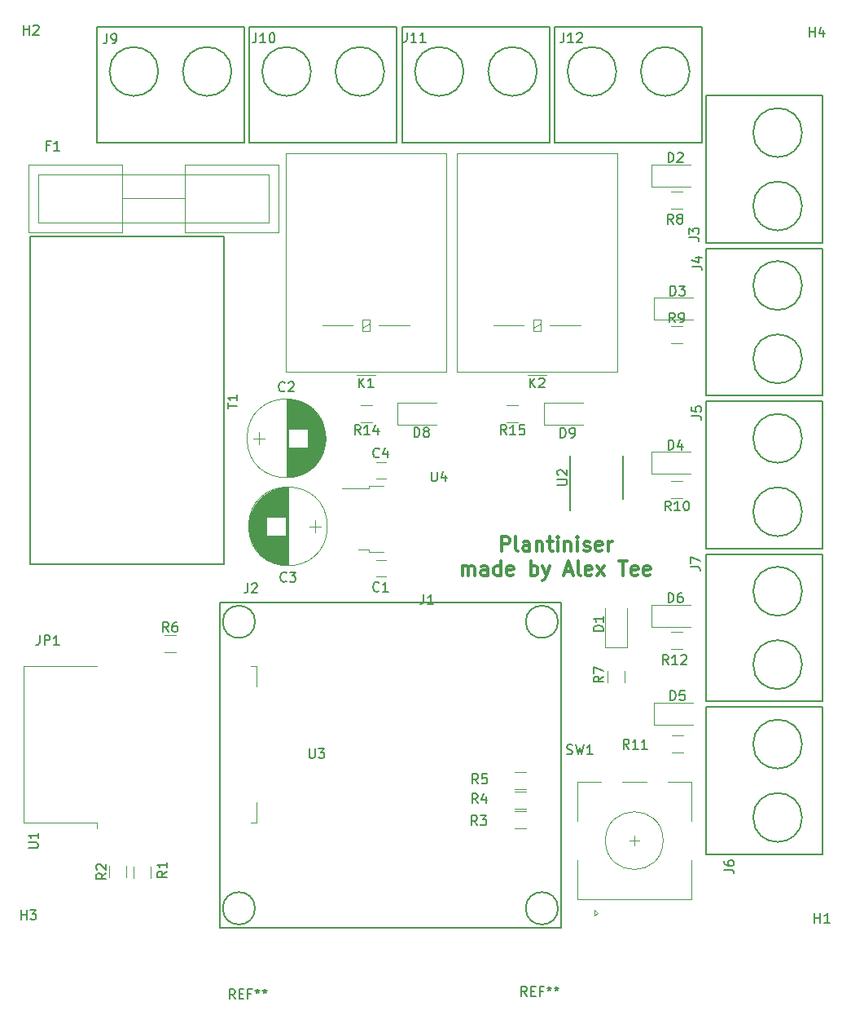
<source format=gbr>
G04 #@! TF.GenerationSoftware,KiCad,Pcbnew,5.0.0-fee4fd1~66~ubuntu16.04.1*
G04 #@! TF.CreationDate,2019-07-26T21:19:50+02:00*
G04 #@! TF.ProjectId,master_module,6D61737465725F6D6F64756C652E6B69,rev?*
G04 #@! TF.SameCoordinates,Original*
G04 #@! TF.FileFunction,Legend,Top*
G04 #@! TF.FilePolarity,Positive*
%FSLAX46Y46*%
G04 Gerber Fmt 4.6, Leading zero omitted, Abs format (unit mm)*
G04 Created by KiCad (PCBNEW 5.0.0-fee4fd1~66~ubuntu16.04.1) date Fri Jul 26 21:19:50 2019*
%MOMM*%
%LPD*%
G01*
G04 APERTURE LIST*
%ADD10C,0.300000*%
%ADD11C,0.150000*%
%ADD12C,0.120000*%
G04 APERTURE END LIST*
D10*
X145527628Y-95517171D02*
X145527628Y-94017171D01*
X146099057Y-94017171D01*
X146241914Y-94088600D01*
X146313342Y-94160028D01*
X146384771Y-94302885D01*
X146384771Y-94517171D01*
X146313342Y-94660028D01*
X146241914Y-94731457D01*
X146099057Y-94802885D01*
X145527628Y-94802885D01*
X147241914Y-95517171D02*
X147099057Y-95445742D01*
X147027628Y-95302885D01*
X147027628Y-94017171D01*
X148456200Y-95517171D02*
X148456200Y-94731457D01*
X148384771Y-94588600D01*
X148241914Y-94517171D01*
X147956200Y-94517171D01*
X147813342Y-94588600D01*
X148456200Y-95445742D02*
X148313342Y-95517171D01*
X147956200Y-95517171D01*
X147813342Y-95445742D01*
X147741914Y-95302885D01*
X147741914Y-95160028D01*
X147813342Y-95017171D01*
X147956200Y-94945742D01*
X148313342Y-94945742D01*
X148456200Y-94874314D01*
X149170485Y-94517171D02*
X149170485Y-95517171D01*
X149170485Y-94660028D02*
X149241914Y-94588600D01*
X149384771Y-94517171D01*
X149599057Y-94517171D01*
X149741914Y-94588600D01*
X149813342Y-94731457D01*
X149813342Y-95517171D01*
X150313342Y-94517171D02*
X150884771Y-94517171D01*
X150527628Y-94017171D02*
X150527628Y-95302885D01*
X150599057Y-95445742D01*
X150741914Y-95517171D01*
X150884771Y-95517171D01*
X151384771Y-95517171D02*
X151384771Y-94517171D01*
X151384771Y-94017171D02*
X151313342Y-94088600D01*
X151384771Y-94160028D01*
X151456200Y-94088600D01*
X151384771Y-94017171D01*
X151384771Y-94160028D01*
X152099057Y-94517171D02*
X152099057Y-95517171D01*
X152099057Y-94660028D02*
X152170485Y-94588600D01*
X152313342Y-94517171D01*
X152527628Y-94517171D01*
X152670485Y-94588600D01*
X152741914Y-94731457D01*
X152741914Y-95517171D01*
X153456200Y-95517171D02*
X153456200Y-94517171D01*
X153456200Y-94017171D02*
X153384771Y-94088600D01*
X153456200Y-94160028D01*
X153527628Y-94088600D01*
X153456200Y-94017171D01*
X153456200Y-94160028D01*
X154099057Y-95445742D02*
X154241914Y-95517171D01*
X154527628Y-95517171D01*
X154670485Y-95445742D01*
X154741914Y-95302885D01*
X154741914Y-95231457D01*
X154670485Y-95088600D01*
X154527628Y-95017171D01*
X154313342Y-95017171D01*
X154170485Y-94945742D01*
X154099057Y-94802885D01*
X154099057Y-94731457D01*
X154170485Y-94588600D01*
X154313342Y-94517171D01*
X154527628Y-94517171D01*
X154670485Y-94588600D01*
X155956200Y-95445742D02*
X155813342Y-95517171D01*
X155527628Y-95517171D01*
X155384771Y-95445742D01*
X155313342Y-95302885D01*
X155313342Y-94731457D01*
X155384771Y-94588600D01*
X155527628Y-94517171D01*
X155813342Y-94517171D01*
X155956200Y-94588600D01*
X156027628Y-94731457D01*
X156027628Y-94874314D01*
X155313342Y-95017171D01*
X156670485Y-95517171D02*
X156670485Y-94517171D01*
X156670485Y-94802885D02*
X156741914Y-94660028D01*
X156813342Y-94588600D01*
X156956200Y-94517171D01*
X157099057Y-94517171D01*
X141456200Y-98067171D02*
X141456200Y-97067171D01*
X141456200Y-97210028D02*
X141527628Y-97138600D01*
X141670485Y-97067171D01*
X141884771Y-97067171D01*
X142027628Y-97138600D01*
X142099057Y-97281457D01*
X142099057Y-98067171D01*
X142099057Y-97281457D02*
X142170485Y-97138600D01*
X142313342Y-97067171D01*
X142527628Y-97067171D01*
X142670485Y-97138600D01*
X142741914Y-97281457D01*
X142741914Y-98067171D01*
X144099057Y-98067171D02*
X144099057Y-97281457D01*
X144027628Y-97138600D01*
X143884771Y-97067171D01*
X143599057Y-97067171D01*
X143456200Y-97138600D01*
X144099057Y-97995742D02*
X143956200Y-98067171D01*
X143599057Y-98067171D01*
X143456200Y-97995742D01*
X143384771Y-97852885D01*
X143384771Y-97710028D01*
X143456200Y-97567171D01*
X143599057Y-97495742D01*
X143956200Y-97495742D01*
X144099057Y-97424314D01*
X145456200Y-98067171D02*
X145456200Y-96567171D01*
X145456200Y-97995742D02*
X145313342Y-98067171D01*
X145027628Y-98067171D01*
X144884771Y-97995742D01*
X144813342Y-97924314D01*
X144741914Y-97781457D01*
X144741914Y-97352885D01*
X144813342Y-97210028D01*
X144884771Y-97138600D01*
X145027628Y-97067171D01*
X145313342Y-97067171D01*
X145456200Y-97138600D01*
X146741914Y-97995742D02*
X146599057Y-98067171D01*
X146313342Y-98067171D01*
X146170485Y-97995742D01*
X146099057Y-97852885D01*
X146099057Y-97281457D01*
X146170485Y-97138600D01*
X146313342Y-97067171D01*
X146599057Y-97067171D01*
X146741914Y-97138600D01*
X146813342Y-97281457D01*
X146813342Y-97424314D01*
X146099057Y-97567171D01*
X148599057Y-98067171D02*
X148599057Y-96567171D01*
X148599057Y-97138600D02*
X148741914Y-97067171D01*
X149027628Y-97067171D01*
X149170485Y-97138600D01*
X149241914Y-97210028D01*
X149313342Y-97352885D01*
X149313342Y-97781457D01*
X149241914Y-97924314D01*
X149170485Y-97995742D01*
X149027628Y-98067171D01*
X148741914Y-98067171D01*
X148599057Y-97995742D01*
X149813342Y-97067171D02*
X150170485Y-98067171D01*
X150527628Y-97067171D02*
X150170485Y-98067171D01*
X150027628Y-98424314D01*
X149956200Y-98495742D01*
X149813342Y-98567171D01*
X152170485Y-97638600D02*
X152884771Y-97638600D01*
X152027628Y-98067171D02*
X152527628Y-96567171D01*
X153027628Y-98067171D01*
X153741914Y-98067171D02*
X153599057Y-97995742D01*
X153527628Y-97852885D01*
X153527628Y-96567171D01*
X154884771Y-97995742D02*
X154741914Y-98067171D01*
X154456200Y-98067171D01*
X154313342Y-97995742D01*
X154241914Y-97852885D01*
X154241914Y-97281457D01*
X154313342Y-97138600D01*
X154456200Y-97067171D01*
X154741914Y-97067171D01*
X154884771Y-97138600D01*
X154956200Y-97281457D01*
X154956200Y-97424314D01*
X154241914Y-97567171D01*
X155456200Y-98067171D02*
X156241914Y-97067171D01*
X155456200Y-97067171D02*
X156241914Y-98067171D01*
X157741914Y-96567171D02*
X158599057Y-96567171D01*
X158170485Y-98067171D02*
X158170485Y-96567171D01*
X159670485Y-97995742D02*
X159527628Y-98067171D01*
X159241914Y-98067171D01*
X159099057Y-97995742D01*
X159027628Y-97852885D01*
X159027628Y-97281457D01*
X159099057Y-97138600D01*
X159241914Y-97067171D01*
X159527628Y-97067171D01*
X159670485Y-97138600D01*
X159741914Y-97281457D01*
X159741914Y-97424314D01*
X159027628Y-97567171D01*
X160956200Y-97995742D02*
X160813342Y-98067171D01*
X160527628Y-98067171D01*
X160384771Y-97995742D01*
X160313342Y-97852885D01*
X160313342Y-97281457D01*
X160384771Y-97138600D01*
X160527628Y-97067171D01*
X160813342Y-97067171D01*
X160956200Y-97138600D01*
X161027628Y-97281457D01*
X161027628Y-97424314D01*
X160313342Y-97567171D01*
D11*
G04 #@! TO.C,J10*
X133350000Y-45720000D02*
G75*
G03X133350000Y-45720000I-2540000J0D01*
G01*
X125730000Y-45720000D02*
G75*
G03X125730000Y-45720000I-2540000J0D01*
G01*
X119340000Y-53150000D02*
X119340000Y-41050000D01*
X119390000Y-53150000D02*
X119340000Y-53150000D01*
X127190000Y-53150000D02*
X119390000Y-53150000D01*
X134640000Y-41050000D02*
X119340000Y-41050000D01*
X127190000Y-41050000D02*
X134640000Y-41050000D01*
X134640000Y-53150000D02*
X134640000Y-41050000D01*
X127190000Y-53150000D02*
X134640000Y-53150000D01*
X127190000Y-41050000D02*
X128740000Y-41050000D01*
D12*
G04 #@! TO.C,K1*
X123095000Y-54245000D02*
X123095000Y-76945000D01*
X123095000Y-76945000D02*
X139795000Y-76945000D01*
X139795000Y-76945000D02*
X139795000Y-54245000D01*
X139795000Y-54245000D02*
X123095000Y-54245000D01*
X131795000Y-71895000D02*
X131095000Y-72295000D01*
X131095000Y-71495000D02*
X131095000Y-72695000D01*
X131095000Y-72695000D02*
X131795000Y-72695000D01*
X131795000Y-72695000D02*
X131795000Y-71495000D01*
X131795000Y-71495000D02*
X131095000Y-71495000D01*
X132445000Y-77205000D02*
X130445000Y-77205000D01*
X135945000Y-72095000D02*
X132795000Y-72095000D01*
X130095000Y-72095000D02*
X126945000Y-72095000D01*
D11*
G04 #@! TO.C,J1*
X133985000Y-134624000D02*
X116235000Y-134624000D01*
X116235000Y-100874000D02*
X116235000Y-134624000D01*
X151735000Y-100874000D02*
X116235000Y-100874000D01*
X133985000Y-134624000D02*
X151735000Y-134624000D01*
X151735000Y-100874000D02*
X151735000Y-134624000D01*
X151412051Y-102874000D02*
G75*
G03X151412051Y-102874000I-1677051J0D01*
G01*
X151412051Y-132624000D02*
G75*
G03X151412051Y-132624000I-1677051J0D01*
G01*
X119912051Y-132624000D02*
G75*
G03X119912051Y-132624000I-1677051J0D01*
G01*
X119912051Y-102874000D02*
G75*
G03X119912051Y-102874000I-1677051J0D01*
G01*
G04 #@! TO.C,J12*
X165100000Y-45720000D02*
G75*
G03X165100000Y-45720000I-2540000J0D01*
G01*
X157480000Y-45720000D02*
G75*
G03X157480000Y-45720000I-2540000J0D01*
G01*
X151090000Y-53150000D02*
X151090000Y-41050000D01*
X151140000Y-53150000D02*
X151090000Y-53150000D01*
X158940000Y-53150000D02*
X151140000Y-53150000D01*
X166390000Y-41050000D02*
X151090000Y-41050000D01*
X158940000Y-41050000D02*
X166390000Y-41050000D01*
X166390000Y-53150000D02*
X166390000Y-41050000D01*
X158940000Y-53150000D02*
X166390000Y-53150000D01*
X158940000Y-41050000D02*
X160490000Y-41050000D01*
G04 #@! TO.C,J3*
X178914000Y-56070000D02*
X178914000Y-57620000D01*
X166814000Y-56070000D02*
X166814000Y-63520000D01*
X166814000Y-63520000D02*
X178914000Y-63520000D01*
X178914000Y-56070000D02*
X178914000Y-63520000D01*
X178914000Y-63520000D02*
X178914000Y-48220000D01*
X166814000Y-56070000D02*
X166814000Y-48270000D01*
X166814000Y-48270000D02*
X166814000Y-48220000D01*
X166814000Y-48220000D02*
X178914000Y-48220000D01*
X176784000Y-52070000D02*
G75*
G03X176784000Y-52070000I-2540000J0D01*
G01*
X176784000Y-59690000D02*
G75*
G03X176784000Y-59690000I-2540000J0D01*
G01*
G04 #@! TO.C,J4*
X176784000Y-75565000D02*
G75*
G03X176784000Y-75565000I-2540000J0D01*
G01*
X176784000Y-67945000D02*
G75*
G03X176784000Y-67945000I-2540000J0D01*
G01*
X166814000Y-64095000D02*
X178914000Y-64095000D01*
X166814000Y-64145000D02*
X166814000Y-64095000D01*
X166814000Y-71945000D02*
X166814000Y-64145000D01*
X178914000Y-79395000D02*
X178914000Y-64095000D01*
X178914000Y-71945000D02*
X178914000Y-79395000D01*
X166814000Y-79395000D02*
X178914000Y-79395000D01*
X166814000Y-71945000D02*
X166814000Y-79395000D01*
X178914000Y-71945000D02*
X178914000Y-73495000D01*
G04 #@! TO.C,J5*
X178914000Y-87820000D02*
X178914000Y-89370000D01*
X166814000Y-87820000D02*
X166814000Y-95270000D01*
X166814000Y-95270000D02*
X178914000Y-95270000D01*
X178914000Y-87820000D02*
X178914000Y-95270000D01*
X178914000Y-95270000D02*
X178914000Y-79970000D01*
X166814000Y-87820000D02*
X166814000Y-80020000D01*
X166814000Y-80020000D02*
X166814000Y-79970000D01*
X166814000Y-79970000D02*
X178914000Y-79970000D01*
X176784000Y-83820000D02*
G75*
G03X176784000Y-83820000I-2540000J0D01*
G01*
X176784000Y-91440000D02*
G75*
G03X176784000Y-91440000I-2540000J0D01*
G01*
G04 #@! TO.C,J6*
X176784000Y-123190000D02*
G75*
G03X176784000Y-123190000I-2540000J0D01*
G01*
X176784000Y-115570000D02*
G75*
G03X176784000Y-115570000I-2540000J0D01*
G01*
X166814000Y-111720000D02*
X178914000Y-111720000D01*
X166814000Y-111770000D02*
X166814000Y-111720000D01*
X166814000Y-119570000D02*
X166814000Y-111770000D01*
X178914000Y-127020000D02*
X178914000Y-111720000D01*
X178914000Y-119570000D02*
X178914000Y-127020000D01*
X166814000Y-127020000D02*
X178914000Y-127020000D01*
X166814000Y-119570000D02*
X166814000Y-127020000D01*
X178914000Y-119570000D02*
X178914000Y-121120000D01*
G04 #@! TO.C,J7*
X178914000Y-103695000D02*
X178914000Y-105245000D01*
X166814000Y-103695000D02*
X166814000Y-111145000D01*
X166814000Y-111145000D02*
X178914000Y-111145000D01*
X178914000Y-103695000D02*
X178914000Y-111145000D01*
X178914000Y-111145000D02*
X178914000Y-95845000D01*
X166814000Y-103695000D02*
X166814000Y-95895000D01*
X166814000Y-95895000D02*
X166814000Y-95845000D01*
X166814000Y-95845000D02*
X178914000Y-95845000D01*
X176784000Y-99695000D02*
G75*
G03X176784000Y-99695000I-2540000J0D01*
G01*
X176784000Y-107315000D02*
G75*
G03X176784000Y-107315000I-2540000J0D01*
G01*
G04 #@! TO.C,J9*
X111315000Y-41050000D02*
X112865000Y-41050000D01*
X111315000Y-53150000D02*
X118765000Y-53150000D01*
X118765000Y-53150000D02*
X118765000Y-41050000D01*
X111315000Y-41050000D02*
X118765000Y-41050000D01*
X118765000Y-41050000D02*
X103465000Y-41050000D01*
X111315000Y-53150000D02*
X103515000Y-53150000D01*
X103515000Y-53150000D02*
X103465000Y-53150000D01*
X103465000Y-53150000D02*
X103465000Y-41050000D01*
X109855000Y-45720000D02*
G75*
G03X109855000Y-45720000I-2540000J0D01*
G01*
X117475000Y-45720000D02*
G75*
G03X117475000Y-45720000I-2540000J0D01*
G01*
G04 #@! TO.C,J11*
X143065000Y-41050000D02*
X144615000Y-41050000D01*
X143065000Y-53150000D02*
X150515000Y-53150000D01*
X150515000Y-53150000D02*
X150515000Y-41050000D01*
X143065000Y-41050000D02*
X150515000Y-41050000D01*
X150515000Y-41050000D02*
X135215000Y-41050000D01*
X143065000Y-53150000D02*
X135265000Y-53150000D01*
X135265000Y-53150000D02*
X135215000Y-53150000D01*
X135215000Y-53150000D02*
X135215000Y-41050000D01*
X141605000Y-45720000D02*
G75*
G03X141605000Y-45720000I-2540000J0D01*
G01*
X149225000Y-45720000D02*
G75*
G03X149225000Y-45720000I-2540000J0D01*
G01*
D12*
G04 #@! TO.C,K2*
X147875000Y-72095000D02*
X144725000Y-72095000D01*
X153725000Y-72095000D02*
X150575000Y-72095000D01*
X150225000Y-77205000D02*
X148225000Y-77205000D01*
X149575000Y-71495000D02*
X148875000Y-71495000D01*
X149575000Y-72695000D02*
X149575000Y-71495000D01*
X148875000Y-72695000D02*
X149575000Y-72695000D01*
X148875000Y-71495000D02*
X148875000Y-72695000D01*
X149575000Y-71895000D02*
X148875000Y-72295000D01*
X157575000Y-54245000D02*
X140875000Y-54245000D01*
X157575000Y-76945000D02*
X157575000Y-54245000D01*
X140875000Y-76945000D02*
X157575000Y-76945000D01*
X140875000Y-54245000D02*
X140875000Y-76945000D01*
D11*
G04 #@! TO.C,U2*
X158173000Y-90134000D02*
X158173000Y-85634000D01*
X152623000Y-91259000D02*
X152623000Y-85634000D01*
D12*
G04 #@! TO.C,U4*
X133269000Y-88752000D02*
X131769000Y-88752000D01*
X131769000Y-88752000D02*
X131769000Y-89022000D01*
X131769000Y-89022000D02*
X128939000Y-89022000D01*
X133269000Y-95652000D02*
X131769000Y-95652000D01*
X131769000Y-95652000D02*
X131769000Y-95382000D01*
X131769000Y-95382000D02*
X130669000Y-95382000D01*
G04 #@! TO.C,U1*
X95830000Y-123690000D02*
X95830000Y-107450000D01*
X95830000Y-107450000D02*
X103450000Y-107450000D01*
X119450000Y-107450000D02*
X120070000Y-107450000D01*
X120070000Y-107450000D02*
X120070000Y-109570000D01*
X120070000Y-121570000D02*
X120070000Y-123690000D01*
X120070000Y-123690000D02*
X119450000Y-123690000D01*
X103450000Y-123690000D02*
X95830000Y-123690000D01*
X103450000Y-123690000D02*
X103450000Y-124300000D01*
G04 #@! TO.C,C4*
X132489000Y-87972000D02*
X133489000Y-87972000D01*
X133489000Y-86272000D02*
X132489000Y-86272000D01*
G04 #@! TO.C,C1*
X133489000Y-96432000D02*
X132489000Y-96432000D01*
X132489000Y-98132000D02*
X133489000Y-98132000D01*
G04 #@! TO.C,C3*
X126187000Y-93614000D02*
X126187000Y-92314000D01*
X126787000Y-92964000D02*
X125587000Y-92964000D01*
X119256000Y-93210000D02*
X119256000Y-92718000D01*
X119296000Y-93562000D02*
X119296000Y-92366000D01*
X119336000Y-93778000D02*
X119336000Y-92150000D01*
X119376000Y-93947000D02*
X119376000Y-91981000D01*
X119416000Y-94091000D02*
X119416000Y-91837000D01*
X119456000Y-94218000D02*
X119456000Y-91710000D01*
X119496000Y-94333000D02*
X119496000Y-91595000D01*
X119536000Y-94437000D02*
X119536000Y-91491000D01*
X119576000Y-94534000D02*
X119576000Y-91394000D01*
X119616000Y-94624000D02*
X119616000Y-91304000D01*
X119656000Y-94709000D02*
X119656000Y-91219000D01*
X119696000Y-94790000D02*
X119696000Y-91138000D01*
X119736000Y-94866000D02*
X119736000Y-91062000D01*
X119776000Y-94938000D02*
X119776000Y-90990000D01*
X119816000Y-95007000D02*
X119816000Y-90921000D01*
X119856000Y-95073000D02*
X119856000Y-90855000D01*
X119896000Y-95137000D02*
X119896000Y-90791000D01*
X119936000Y-95198000D02*
X119936000Y-90730000D01*
X119976000Y-95257000D02*
X119976000Y-90671000D01*
X120016000Y-95313000D02*
X120016000Y-90615000D01*
X120056000Y-95368000D02*
X120056000Y-90560000D01*
X120096000Y-95421000D02*
X120096000Y-90507000D01*
X120136000Y-95472000D02*
X120136000Y-90456000D01*
X120176000Y-95521000D02*
X120176000Y-90407000D01*
X120216000Y-95569000D02*
X120216000Y-90359000D01*
X120256000Y-95616000D02*
X120256000Y-90312000D01*
X120296000Y-95661000D02*
X120296000Y-90267000D01*
X120336000Y-95704000D02*
X120336000Y-90224000D01*
X120376000Y-95747000D02*
X120376000Y-90181000D01*
X120416000Y-95788000D02*
X120416000Y-90140000D01*
X120456000Y-95829000D02*
X120456000Y-90099000D01*
X120496000Y-95868000D02*
X120496000Y-90060000D01*
X120536000Y-95906000D02*
X120536000Y-90022000D01*
X120576000Y-95943000D02*
X120576000Y-89985000D01*
X120616000Y-95979000D02*
X120616000Y-89949000D01*
X120656000Y-96014000D02*
X120656000Y-89914000D01*
X120696000Y-96048000D02*
X120696000Y-89880000D01*
X120736000Y-96082000D02*
X120736000Y-89846000D01*
X120776000Y-96114000D02*
X120776000Y-89814000D01*
X120816000Y-96146000D02*
X120816000Y-89782000D01*
X120856000Y-96177000D02*
X120856000Y-89751000D01*
X120896000Y-96207000D02*
X120896000Y-89721000D01*
X120936000Y-96236000D02*
X120936000Y-89692000D01*
X120976000Y-96265000D02*
X120976000Y-89663000D01*
X121016000Y-96293000D02*
X121016000Y-89635000D01*
X121056000Y-96320000D02*
X121056000Y-89608000D01*
X121096000Y-96347000D02*
X121096000Y-89581000D01*
X121136000Y-91984000D02*
X121136000Y-89556000D01*
X121136000Y-96372000D02*
X121136000Y-93944000D01*
X121176000Y-91984000D02*
X121176000Y-89530000D01*
X121176000Y-96398000D02*
X121176000Y-93944000D01*
X121216000Y-91984000D02*
X121216000Y-89506000D01*
X121216000Y-96422000D02*
X121216000Y-93944000D01*
X121256000Y-91984000D02*
X121256000Y-89482000D01*
X121256000Y-96446000D02*
X121256000Y-93944000D01*
X121296000Y-91984000D02*
X121296000Y-89459000D01*
X121296000Y-96469000D02*
X121296000Y-93944000D01*
X121336000Y-91984000D02*
X121336000Y-89436000D01*
X121336000Y-96492000D02*
X121336000Y-93944000D01*
X121376000Y-91984000D02*
X121376000Y-89414000D01*
X121376000Y-96514000D02*
X121376000Y-93944000D01*
X121416000Y-91984000D02*
X121416000Y-89392000D01*
X121416000Y-96536000D02*
X121416000Y-93944000D01*
X121456000Y-91984000D02*
X121456000Y-89371000D01*
X121456000Y-96557000D02*
X121456000Y-93944000D01*
X121496000Y-91984000D02*
X121496000Y-89351000D01*
X121496000Y-96577000D02*
X121496000Y-93944000D01*
X121536000Y-91984000D02*
X121536000Y-89331000D01*
X121536000Y-96597000D02*
X121536000Y-93944000D01*
X121576000Y-91984000D02*
X121576000Y-89312000D01*
X121576000Y-96616000D02*
X121576000Y-93944000D01*
X121616000Y-91984000D02*
X121616000Y-89293000D01*
X121616000Y-96635000D02*
X121616000Y-93944000D01*
X121656000Y-91984000D02*
X121656000Y-89274000D01*
X121656000Y-96654000D02*
X121656000Y-93944000D01*
X121696000Y-91984000D02*
X121696000Y-89257000D01*
X121696000Y-96671000D02*
X121696000Y-93944000D01*
X121736000Y-91984000D02*
X121736000Y-89239000D01*
X121736000Y-96689000D02*
X121736000Y-93944000D01*
X121776000Y-91984000D02*
X121776000Y-89223000D01*
X121776000Y-96705000D02*
X121776000Y-93944000D01*
X121816000Y-91984000D02*
X121816000Y-89206000D01*
X121816000Y-96722000D02*
X121816000Y-93944000D01*
X121856000Y-91984000D02*
X121856000Y-89191000D01*
X121856000Y-96737000D02*
X121856000Y-93944000D01*
X121896000Y-91984000D02*
X121896000Y-89175000D01*
X121896000Y-96753000D02*
X121896000Y-93944000D01*
X121936000Y-91984000D02*
X121936000Y-89161000D01*
X121936000Y-96767000D02*
X121936000Y-93944000D01*
X121976000Y-91984000D02*
X121976000Y-89146000D01*
X121976000Y-96782000D02*
X121976000Y-93944000D01*
X122016000Y-91984000D02*
X122016000Y-89132000D01*
X122016000Y-96796000D02*
X122016000Y-93944000D01*
X122056000Y-91984000D02*
X122056000Y-89119000D01*
X122056000Y-96809000D02*
X122056000Y-93944000D01*
X122096000Y-91984000D02*
X122096000Y-89106000D01*
X122096000Y-96822000D02*
X122096000Y-93944000D01*
X122136000Y-91984000D02*
X122136000Y-89094000D01*
X122136000Y-96834000D02*
X122136000Y-93944000D01*
X122176000Y-91984000D02*
X122176000Y-89081000D01*
X122176000Y-96847000D02*
X122176000Y-93944000D01*
X122216000Y-91984000D02*
X122216000Y-89070000D01*
X122216000Y-96858000D02*
X122216000Y-93944000D01*
X122256000Y-91984000D02*
X122256000Y-89059000D01*
X122256000Y-96869000D02*
X122256000Y-93944000D01*
X122296000Y-91984000D02*
X122296000Y-89048000D01*
X122296000Y-96880000D02*
X122296000Y-93944000D01*
X122336000Y-91984000D02*
X122336000Y-89038000D01*
X122336000Y-96890000D02*
X122336000Y-93944000D01*
X122376000Y-91984000D02*
X122376000Y-89028000D01*
X122376000Y-96900000D02*
X122376000Y-93944000D01*
X122416000Y-91984000D02*
X122416000Y-89018000D01*
X122416000Y-96910000D02*
X122416000Y-93944000D01*
X122456000Y-91984000D02*
X122456000Y-89009000D01*
X122456000Y-96919000D02*
X122456000Y-93944000D01*
X122496000Y-91984000D02*
X122496000Y-89001000D01*
X122496000Y-96927000D02*
X122496000Y-93944000D01*
X122536000Y-91984000D02*
X122536000Y-88993000D01*
X122536000Y-96935000D02*
X122536000Y-93944000D01*
X122576000Y-91984000D02*
X122576000Y-88985000D01*
X122576000Y-96943000D02*
X122576000Y-93944000D01*
X122616000Y-91984000D02*
X122616000Y-88977000D01*
X122616000Y-96951000D02*
X122616000Y-93944000D01*
X122657000Y-91984000D02*
X122657000Y-88970000D01*
X122657000Y-96958000D02*
X122657000Y-93944000D01*
X122697000Y-91984000D02*
X122697000Y-88964000D01*
X122697000Y-96964000D02*
X122697000Y-93944000D01*
X122737000Y-91984000D02*
X122737000Y-88958000D01*
X122737000Y-96970000D02*
X122737000Y-93944000D01*
X122777000Y-91984000D02*
X122777000Y-88952000D01*
X122777000Y-96976000D02*
X122777000Y-93944000D01*
X122817000Y-91984000D02*
X122817000Y-88947000D01*
X122817000Y-96981000D02*
X122817000Y-93944000D01*
X122857000Y-91984000D02*
X122857000Y-88942000D01*
X122857000Y-96986000D02*
X122857000Y-93944000D01*
X122897000Y-91984000D02*
X122897000Y-88937000D01*
X122897000Y-96991000D02*
X122897000Y-93944000D01*
X122937000Y-91984000D02*
X122937000Y-88933000D01*
X122937000Y-96995000D02*
X122937000Y-93944000D01*
X122977000Y-91984000D02*
X122977000Y-88929000D01*
X122977000Y-96999000D02*
X122977000Y-93944000D01*
X123017000Y-91984000D02*
X123017000Y-88926000D01*
X123017000Y-97002000D02*
X123017000Y-93944000D01*
X123057000Y-91984000D02*
X123057000Y-88923000D01*
X123057000Y-97005000D02*
X123057000Y-93944000D01*
X123097000Y-97007000D02*
X123097000Y-88921000D01*
X123137000Y-97010000D02*
X123137000Y-88918000D01*
X123177000Y-97011000D02*
X123177000Y-88917000D01*
X123217000Y-97013000D02*
X123217000Y-88915000D01*
X123257000Y-97014000D02*
X123257000Y-88914000D01*
X123297000Y-97014000D02*
X123297000Y-88914000D01*
X123337000Y-97014000D02*
X123337000Y-88914000D01*
X127427000Y-92964000D02*
G75*
G03X127427000Y-92964000I-4090000J0D01*
G01*
G04 #@! TO.C,C2*
X127260000Y-83820000D02*
G75*
G03X127260000Y-83820000I-4090000J0D01*
G01*
X123170000Y-79770000D02*
X123170000Y-87870000D01*
X123210000Y-79770000D02*
X123210000Y-87870000D01*
X123250000Y-79770000D02*
X123250000Y-87870000D01*
X123290000Y-79771000D02*
X123290000Y-87869000D01*
X123330000Y-79773000D02*
X123330000Y-87867000D01*
X123370000Y-79774000D02*
X123370000Y-87866000D01*
X123410000Y-79777000D02*
X123410000Y-87863000D01*
X123450000Y-79779000D02*
X123450000Y-82840000D01*
X123450000Y-84800000D02*
X123450000Y-87861000D01*
X123490000Y-79782000D02*
X123490000Y-82840000D01*
X123490000Y-84800000D02*
X123490000Y-87858000D01*
X123530000Y-79785000D02*
X123530000Y-82840000D01*
X123530000Y-84800000D02*
X123530000Y-87855000D01*
X123570000Y-79789000D02*
X123570000Y-82840000D01*
X123570000Y-84800000D02*
X123570000Y-87851000D01*
X123610000Y-79793000D02*
X123610000Y-82840000D01*
X123610000Y-84800000D02*
X123610000Y-87847000D01*
X123650000Y-79798000D02*
X123650000Y-82840000D01*
X123650000Y-84800000D02*
X123650000Y-87842000D01*
X123690000Y-79803000D02*
X123690000Y-82840000D01*
X123690000Y-84800000D02*
X123690000Y-87837000D01*
X123730000Y-79808000D02*
X123730000Y-82840000D01*
X123730000Y-84800000D02*
X123730000Y-87832000D01*
X123770000Y-79814000D02*
X123770000Y-82840000D01*
X123770000Y-84800000D02*
X123770000Y-87826000D01*
X123810000Y-79820000D02*
X123810000Y-82840000D01*
X123810000Y-84800000D02*
X123810000Y-87820000D01*
X123850000Y-79826000D02*
X123850000Y-82840000D01*
X123850000Y-84800000D02*
X123850000Y-87814000D01*
X123891000Y-79833000D02*
X123891000Y-82840000D01*
X123891000Y-84800000D02*
X123891000Y-87807000D01*
X123931000Y-79841000D02*
X123931000Y-82840000D01*
X123931000Y-84800000D02*
X123931000Y-87799000D01*
X123971000Y-79849000D02*
X123971000Y-82840000D01*
X123971000Y-84800000D02*
X123971000Y-87791000D01*
X124011000Y-79857000D02*
X124011000Y-82840000D01*
X124011000Y-84800000D02*
X124011000Y-87783000D01*
X124051000Y-79865000D02*
X124051000Y-82840000D01*
X124051000Y-84800000D02*
X124051000Y-87775000D01*
X124091000Y-79874000D02*
X124091000Y-82840000D01*
X124091000Y-84800000D02*
X124091000Y-87766000D01*
X124131000Y-79884000D02*
X124131000Y-82840000D01*
X124131000Y-84800000D02*
X124131000Y-87756000D01*
X124171000Y-79894000D02*
X124171000Y-82840000D01*
X124171000Y-84800000D02*
X124171000Y-87746000D01*
X124211000Y-79904000D02*
X124211000Y-82840000D01*
X124211000Y-84800000D02*
X124211000Y-87736000D01*
X124251000Y-79915000D02*
X124251000Y-82840000D01*
X124251000Y-84800000D02*
X124251000Y-87725000D01*
X124291000Y-79926000D02*
X124291000Y-82840000D01*
X124291000Y-84800000D02*
X124291000Y-87714000D01*
X124331000Y-79937000D02*
X124331000Y-82840000D01*
X124331000Y-84800000D02*
X124331000Y-87703000D01*
X124371000Y-79950000D02*
X124371000Y-82840000D01*
X124371000Y-84800000D02*
X124371000Y-87690000D01*
X124411000Y-79962000D02*
X124411000Y-82840000D01*
X124411000Y-84800000D02*
X124411000Y-87678000D01*
X124451000Y-79975000D02*
X124451000Y-82840000D01*
X124451000Y-84800000D02*
X124451000Y-87665000D01*
X124491000Y-79988000D02*
X124491000Y-82840000D01*
X124491000Y-84800000D02*
X124491000Y-87652000D01*
X124531000Y-80002000D02*
X124531000Y-82840000D01*
X124531000Y-84800000D02*
X124531000Y-87638000D01*
X124571000Y-80017000D02*
X124571000Y-82840000D01*
X124571000Y-84800000D02*
X124571000Y-87623000D01*
X124611000Y-80031000D02*
X124611000Y-82840000D01*
X124611000Y-84800000D02*
X124611000Y-87609000D01*
X124651000Y-80047000D02*
X124651000Y-82840000D01*
X124651000Y-84800000D02*
X124651000Y-87593000D01*
X124691000Y-80062000D02*
X124691000Y-82840000D01*
X124691000Y-84800000D02*
X124691000Y-87578000D01*
X124731000Y-80079000D02*
X124731000Y-82840000D01*
X124731000Y-84800000D02*
X124731000Y-87561000D01*
X124771000Y-80095000D02*
X124771000Y-82840000D01*
X124771000Y-84800000D02*
X124771000Y-87545000D01*
X124811000Y-80113000D02*
X124811000Y-82840000D01*
X124811000Y-84800000D02*
X124811000Y-87527000D01*
X124851000Y-80130000D02*
X124851000Y-82840000D01*
X124851000Y-84800000D02*
X124851000Y-87510000D01*
X124891000Y-80149000D02*
X124891000Y-82840000D01*
X124891000Y-84800000D02*
X124891000Y-87491000D01*
X124931000Y-80168000D02*
X124931000Y-82840000D01*
X124931000Y-84800000D02*
X124931000Y-87472000D01*
X124971000Y-80187000D02*
X124971000Y-82840000D01*
X124971000Y-84800000D02*
X124971000Y-87453000D01*
X125011000Y-80207000D02*
X125011000Y-82840000D01*
X125011000Y-84800000D02*
X125011000Y-87433000D01*
X125051000Y-80227000D02*
X125051000Y-82840000D01*
X125051000Y-84800000D02*
X125051000Y-87413000D01*
X125091000Y-80248000D02*
X125091000Y-82840000D01*
X125091000Y-84800000D02*
X125091000Y-87392000D01*
X125131000Y-80270000D02*
X125131000Y-82840000D01*
X125131000Y-84800000D02*
X125131000Y-87370000D01*
X125171000Y-80292000D02*
X125171000Y-82840000D01*
X125171000Y-84800000D02*
X125171000Y-87348000D01*
X125211000Y-80315000D02*
X125211000Y-82840000D01*
X125211000Y-84800000D02*
X125211000Y-87325000D01*
X125251000Y-80338000D02*
X125251000Y-82840000D01*
X125251000Y-84800000D02*
X125251000Y-87302000D01*
X125291000Y-80362000D02*
X125291000Y-82840000D01*
X125291000Y-84800000D02*
X125291000Y-87278000D01*
X125331000Y-80386000D02*
X125331000Y-82840000D01*
X125331000Y-84800000D02*
X125331000Y-87254000D01*
X125371000Y-80412000D02*
X125371000Y-82840000D01*
X125371000Y-84800000D02*
X125371000Y-87228000D01*
X125411000Y-80437000D02*
X125411000Y-87203000D01*
X125451000Y-80464000D02*
X125451000Y-87176000D01*
X125491000Y-80491000D02*
X125491000Y-87149000D01*
X125531000Y-80519000D02*
X125531000Y-87121000D01*
X125571000Y-80548000D02*
X125571000Y-87092000D01*
X125611000Y-80577000D02*
X125611000Y-87063000D01*
X125651000Y-80607000D02*
X125651000Y-87033000D01*
X125691000Y-80638000D02*
X125691000Y-87002000D01*
X125731000Y-80670000D02*
X125731000Y-86970000D01*
X125771000Y-80702000D02*
X125771000Y-86938000D01*
X125811000Y-80736000D02*
X125811000Y-86904000D01*
X125851000Y-80770000D02*
X125851000Y-86870000D01*
X125891000Y-80805000D02*
X125891000Y-86835000D01*
X125931000Y-80841000D02*
X125931000Y-86799000D01*
X125971000Y-80878000D02*
X125971000Y-86762000D01*
X126011000Y-80916000D02*
X126011000Y-86724000D01*
X126051000Y-80955000D02*
X126051000Y-86685000D01*
X126091000Y-80996000D02*
X126091000Y-86644000D01*
X126131000Y-81037000D02*
X126131000Y-86603000D01*
X126171000Y-81080000D02*
X126171000Y-86560000D01*
X126211000Y-81123000D02*
X126211000Y-86517000D01*
X126251000Y-81168000D02*
X126251000Y-86472000D01*
X126291000Y-81215000D02*
X126291000Y-86425000D01*
X126331000Y-81263000D02*
X126331000Y-86377000D01*
X126371000Y-81312000D02*
X126371000Y-86328000D01*
X126411000Y-81363000D02*
X126411000Y-86277000D01*
X126451000Y-81416000D02*
X126451000Y-86224000D01*
X126491000Y-81471000D02*
X126491000Y-86169000D01*
X126531000Y-81527000D02*
X126531000Y-86113000D01*
X126571000Y-81586000D02*
X126571000Y-86054000D01*
X126611000Y-81647000D02*
X126611000Y-85993000D01*
X126651000Y-81711000D02*
X126651000Y-85929000D01*
X126691000Y-81777000D02*
X126691000Y-85863000D01*
X126731000Y-81846000D02*
X126731000Y-85794000D01*
X126771000Y-81918000D02*
X126771000Y-85722000D01*
X126811000Y-81994000D02*
X126811000Y-85646000D01*
X126851000Y-82075000D02*
X126851000Y-85565000D01*
X126891000Y-82160000D02*
X126891000Y-85480000D01*
X126931000Y-82250000D02*
X126931000Y-85390000D01*
X126971000Y-82347000D02*
X126971000Y-85293000D01*
X127011000Y-82451000D02*
X127011000Y-85189000D01*
X127051000Y-82566000D02*
X127051000Y-85074000D01*
X127091000Y-82693000D02*
X127091000Y-84947000D01*
X127131000Y-82837000D02*
X127131000Y-84803000D01*
X127171000Y-83006000D02*
X127171000Y-84634000D01*
X127211000Y-83222000D02*
X127211000Y-84418000D01*
X127251000Y-83574000D02*
X127251000Y-84066000D01*
X119720000Y-83820000D02*
X120920000Y-83820000D01*
X120320000Y-83170000D02*
X120320000Y-84470000D01*
G04 #@! TO.C,D3*
X165430000Y-69223000D02*
X161370000Y-69223000D01*
X161370000Y-69223000D02*
X161370000Y-71493000D01*
X161370000Y-71493000D02*
X165430000Y-71493000D01*
G04 #@! TO.C,D1*
X158615000Y-105547500D02*
X158615000Y-101487500D01*
X156345000Y-105547500D02*
X158615000Y-105547500D01*
X156345000Y-101487500D02*
X156345000Y-105547500D01*
G04 #@! TO.C,D9*
X154000000Y-80145000D02*
X149940000Y-80145000D01*
X149940000Y-80145000D02*
X149940000Y-82415000D01*
X149940000Y-82415000D02*
X154000000Y-82415000D01*
G04 #@! TO.C,D2*
X161152500Y-57650000D02*
X165212500Y-57650000D01*
X161152500Y-55380000D02*
X161152500Y-57650000D01*
X165212500Y-55380000D02*
X161152500Y-55380000D01*
G04 #@! TO.C,D8*
X138760000Y-80145000D02*
X134700000Y-80145000D01*
X134700000Y-80145000D02*
X134700000Y-82415000D01*
X134700000Y-82415000D02*
X138760000Y-82415000D01*
G04 #@! TO.C,D6*
X165212500Y-101100000D02*
X161152500Y-101100000D01*
X161152500Y-101100000D02*
X161152500Y-103370000D01*
X161152500Y-103370000D02*
X165212500Y-103370000D01*
G04 #@! TO.C,D5*
X161370000Y-113530000D02*
X165430000Y-113530000D01*
X161370000Y-111260000D02*
X161370000Y-113530000D01*
X165430000Y-111260000D02*
X161370000Y-111260000D01*
G04 #@! TO.C,D4*
X165212500Y-85225000D02*
X161152500Y-85225000D01*
X161152500Y-85225000D02*
X161152500Y-87495000D01*
X161152500Y-87495000D02*
X165212500Y-87495000D01*
G04 #@! TO.C,F1*
X106130000Y-58902600D02*
X112630000Y-58902600D01*
X106130000Y-62402600D02*
X106130000Y-55402600D01*
X97380000Y-55402600D02*
X106130000Y-55402600D01*
X97380000Y-62402600D02*
X106130000Y-62402600D01*
X120130000Y-56402600D02*
X121380000Y-56402600D01*
X119880000Y-61402600D02*
X121380000Y-61402600D01*
X107880000Y-56402600D02*
X120130000Y-56402600D01*
X108130000Y-61402600D02*
X119880000Y-61402600D01*
X97380000Y-56402600D02*
X107880000Y-56402600D01*
X97380000Y-61402600D02*
X108130000Y-61402600D01*
X97380000Y-61402600D02*
X97380000Y-56402600D01*
X96380000Y-62402600D02*
X97380000Y-62402600D01*
X96380000Y-62402600D02*
X96380000Y-55402600D01*
X96380000Y-55402600D02*
X97380000Y-55402600D01*
X121380000Y-61402600D02*
X121380000Y-56402600D01*
X112630000Y-62402600D02*
X122380000Y-62402600D01*
X122380000Y-62402600D02*
X122380000Y-55402600D01*
X112630000Y-55402600D02*
X122380000Y-55402600D01*
X112630000Y-62402600D02*
X112630000Y-55402600D01*
G04 #@! TO.C,R14*
X130925000Y-80400000D02*
X132125000Y-80400000D01*
X132125000Y-82160000D02*
X130925000Y-82160000D01*
G04 #@! TO.C,R15*
X147285000Y-82160000D02*
X146085000Y-82160000D01*
X146085000Y-80400000D02*
X147285000Y-80400000D01*
G04 #@! TO.C,R12*
X163150000Y-103895000D02*
X164350000Y-103895000D01*
X164350000Y-105655000D02*
X163150000Y-105655000D01*
G04 #@! TO.C,R11*
X164430000Y-116450000D02*
X163230000Y-116450000D01*
X163230000Y-114690000D02*
X164430000Y-114690000D01*
G04 #@! TO.C,R10*
X163150000Y-88274000D02*
X164350000Y-88274000D01*
X164350000Y-90034000D02*
X163150000Y-90034000D01*
G04 #@! TO.C,R1*
X109084000Y-128305000D02*
X109084000Y-129505000D01*
X107324000Y-129505000D02*
X107324000Y-128305000D01*
G04 #@! TO.C,R2*
X104784000Y-129425000D02*
X104784000Y-128225000D01*
X106544000Y-128225000D02*
X106544000Y-129425000D01*
G04 #@! TO.C,R3*
X148094000Y-124324000D02*
X146894000Y-124324000D01*
X146894000Y-122564000D02*
X148094000Y-122564000D01*
G04 #@! TO.C,R5*
X146894000Y-118500000D02*
X148094000Y-118500000D01*
X148094000Y-120260000D02*
X146894000Y-120260000D01*
G04 #@! TO.C,R6*
X111678000Y-106036000D02*
X110478000Y-106036000D01*
X110478000Y-104276000D02*
X111678000Y-104276000D01*
G04 #@! TO.C,R7*
X158360000Y-107938000D02*
X158360000Y-109138000D01*
X156600000Y-109138000D02*
X156600000Y-107938000D01*
G04 #@! TO.C,R8*
X164350000Y-59935000D02*
X163150000Y-59935000D01*
X163150000Y-58175000D02*
X164350000Y-58175000D01*
G04 #@! TO.C,R9*
X163150000Y-72145000D02*
X164350000Y-72145000D01*
X164350000Y-73905000D02*
X163150000Y-73905000D01*
G04 #@! TO.C,R4*
X148094000Y-122292000D02*
X146894000Y-122292000D01*
X146894000Y-120532000D02*
X148094000Y-120532000D01*
G04 #@! TO.C,SW1*
X159345000Y-126096000D02*
X159345000Y-125096000D01*
X158845000Y-125596000D02*
X159845000Y-125596000D01*
X162845000Y-119496000D02*
X165245000Y-119496000D01*
X158045000Y-119496000D02*
X160645000Y-119496000D01*
X153445000Y-119496000D02*
X155845000Y-119496000D01*
X155245000Y-132796000D02*
X155545000Y-133096000D01*
X155245000Y-133396000D02*
X155245000Y-132796000D01*
X155545000Y-133096000D02*
X155245000Y-133396000D01*
X153445000Y-131696000D02*
X165245000Y-131696000D01*
X153445000Y-127596000D02*
X153445000Y-131696000D01*
X165245000Y-127596000D02*
X165245000Y-131696000D01*
X165245000Y-119496000D02*
X165245000Y-123596000D01*
X153445000Y-123596000D02*
X153445000Y-119496000D01*
X162345000Y-125596000D02*
G75*
G03X162345000Y-125596000I-3000000J0D01*
G01*
D11*
G04 #@! TO.C,T1*
X96520000Y-62865000D02*
X96520000Y-96865000D01*
X96520000Y-96865000D02*
X116720000Y-96865000D01*
X116720000Y-96865000D02*
X116720000Y-62865000D01*
X116720000Y-62865000D02*
X96520000Y-62865000D01*
G04 #@! TO.C,J10*
X120018276Y-41717980D02*
X120018276Y-42432266D01*
X119970657Y-42575123D01*
X119875419Y-42670361D01*
X119732561Y-42717980D01*
X119637323Y-42717980D01*
X121018276Y-42717980D02*
X120446847Y-42717980D01*
X120732561Y-42717980D02*
X120732561Y-41717980D01*
X120637323Y-41860838D01*
X120542085Y-41956076D01*
X120446847Y-42003695D01*
X121637323Y-41717980D02*
X121732561Y-41717980D01*
X121827800Y-41765600D01*
X121875419Y-41813219D01*
X121923038Y-41908457D01*
X121970657Y-42098933D01*
X121970657Y-42337028D01*
X121923038Y-42527504D01*
X121875419Y-42622742D01*
X121827800Y-42670361D01*
X121732561Y-42717980D01*
X121637323Y-42717980D01*
X121542085Y-42670361D01*
X121494466Y-42622742D01*
X121446847Y-42527504D01*
X121399228Y-42337028D01*
X121399228Y-42098933D01*
X121446847Y-41908457D01*
X121494466Y-41813219D01*
X121542085Y-41765600D01*
X121637323Y-41717980D01*
G04 #@! TO.C,K1*
X130706904Y-78547380D02*
X130706904Y-77547380D01*
X131278333Y-78547380D02*
X130849761Y-77975952D01*
X131278333Y-77547380D02*
X130706904Y-78118809D01*
X132230714Y-78547380D02*
X131659285Y-78547380D01*
X131945000Y-78547380D02*
X131945000Y-77547380D01*
X131849761Y-77690238D01*
X131754523Y-77785476D01*
X131659285Y-77833095D01*
G04 #@! TO.C,J1*
X137461666Y-100036380D02*
X137461666Y-100750666D01*
X137414047Y-100893523D01*
X137318809Y-100988761D01*
X137175952Y-101036380D01*
X137080714Y-101036380D01*
X138461666Y-101036380D02*
X137890238Y-101036380D01*
X138175952Y-101036380D02*
X138175952Y-100036380D01*
X138080714Y-100179238D01*
X137985476Y-100274476D01*
X137890238Y-100322095D01*
G04 #@! TO.C,H1*
X178104895Y-134132580D02*
X178104895Y-133132580D01*
X178104895Y-133608771D02*
X178676323Y-133608771D01*
X178676323Y-134132580D02*
X178676323Y-133132580D01*
X179676323Y-134132580D02*
X179104895Y-134132580D01*
X179390609Y-134132580D02*
X179390609Y-133132580D01*
X179295371Y-133275438D01*
X179200133Y-133370676D01*
X179104895Y-133418295D01*
G04 #@! TO.C,H2*
X95859695Y-41905180D02*
X95859695Y-40905180D01*
X95859695Y-41381371D02*
X96431123Y-41381371D01*
X96431123Y-41905180D02*
X96431123Y-40905180D01*
X96859695Y-41000419D02*
X96907314Y-40952800D01*
X97002552Y-40905180D01*
X97240647Y-40905180D01*
X97335885Y-40952800D01*
X97383504Y-41000419D01*
X97431123Y-41095657D01*
X97431123Y-41190895D01*
X97383504Y-41333752D01*
X96812076Y-41905180D01*
X97431123Y-41905180D01*
G04 #@! TO.C,H3*
X95580295Y-133802380D02*
X95580295Y-132802380D01*
X95580295Y-133278571D02*
X96151723Y-133278571D01*
X96151723Y-133802380D02*
X96151723Y-132802380D01*
X96532676Y-132802380D02*
X97151723Y-132802380D01*
X96818390Y-133183333D01*
X96961247Y-133183333D01*
X97056485Y-133230952D01*
X97104104Y-133278571D01*
X97151723Y-133373809D01*
X97151723Y-133611904D01*
X97104104Y-133707142D01*
X97056485Y-133754761D01*
X96961247Y-133802380D01*
X96675533Y-133802380D01*
X96580295Y-133754761D01*
X96532676Y-133707142D01*
G04 #@! TO.C,H4*
X177546095Y-42108380D02*
X177546095Y-41108380D01*
X177546095Y-41584571D02*
X178117523Y-41584571D01*
X178117523Y-42108380D02*
X178117523Y-41108380D01*
X179022285Y-41441714D02*
X179022285Y-42108380D01*
X178784190Y-41060761D02*
X178546095Y-41775047D01*
X179165142Y-41775047D01*
G04 #@! TO.C,J12*
X151996876Y-41717980D02*
X151996876Y-42432266D01*
X151949257Y-42575123D01*
X151854019Y-42670361D01*
X151711161Y-42717980D01*
X151615923Y-42717980D01*
X152996876Y-42717980D02*
X152425447Y-42717980D01*
X152711161Y-42717980D02*
X152711161Y-41717980D01*
X152615923Y-41860838D01*
X152520685Y-41956076D01*
X152425447Y-42003695D01*
X153377828Y-41813219D02*
X153425447Y-41765600D01*
X153520685Y-41717980D01*
X153758780Y-41717980D01*
X153854019Y-41765600D01*
X153901638Y-41813219D01*
X153949257Y-41908457D01*
X153949257Y-42003695D01*
X153901638Y-42146552D01*
X153330209Y-42717980D01*
X153949257Y-42717980D01*
G04 #@! TO.C,J3*
X165060380Y-62969733D02*
X165774666Y-62969733D01*
X165917523Y-63017352D01*
X166012761Y-63112590D01*
X166060380Y-63255447D01*
X166060380Y-63350685D01*
X165060380Y-62588780D02*
X165060380Y-61969733D01*
X165441333Y-62303066D01*
X165441333Y-62160209D01*
X165488952Y-62064971D01*
X165536571Y-62017352D01*
X165631809Y-61969733D01*
X165869904Y-61969733D01*
X165965142Y-62017352D01*
X166012761Y-62064971D01*
X166060380Y-62160209D01*
X166060380Y-62445923D01*
X166012761Y-62541161D01*
X165965142Y-62588780D01*
G04 #@! TO.C,J4*
X165339780Y-65966933D02*
X166054066Y-65966933D01*
X166196923Y-66014552D01*
X166292161Y-66109790D01*
X166339780Y-66252647D01*
X166339780Y-66347885D01*
X165673114Y-65062171D02*
X166339780Y-65062171D01*
X165292161Y-65300266D02*
X166006447Y-65538361D01*
X166006447Y-64919314D01*
G04 #@! TO.C,J5*
X165314380Y-81486333D02*
X166028666Y-81486333D01*
X166171523Y-81533952D01*
X166266761Y-81629190D01*
X166314380Y-81772047D01*
X166314380Y-81867285D01*
X165314380Y-80533952D02*
X165314380Y-81010142D01*
X165790571Y-81057761D01*
X165742952Y-81010142D01*
X165695333Y-80914904D01*
X165695333Y-80676809D01*
X165742952Y-80581571D01*
X165790571Y-80533952D01*
X165885809Y-80486333D01*
X166123904Y-80486333D01*
X166219142Y-80533952D01*
X166266761Y-80581571D01*
X166314380Y-80676809D01*
X166314380Y-80914904D01*
X166266761Y-81010142D01*
X166219142Y-81057761D01*
G04 #@! TO.C,J6*
X168692580Y-128628733D02*
X169406866Y-128628733D01*
X169549723Y-128676352D01*
X169644961Y-128771590D01*
X169692580Y-128914447D01*
X169692580Y-129009685D01*
X168692580Y-127723971D02*
X168692580Y-127914447D01*
X168740200Y-128009685D01*
X168787819Y-128057304D01*
X168930676Y-128152542D01*
X169121152Y-128200161D01*
X169502104Y-128200161D01*
X169597342Y-128152542D01*
X169644961Y-128104923D01*
X169692580Y-128009685D01*
X169692580Y-127819209D01*
X169644961Y-127723971D01*
X169597342Y-127676352D01*
X169502104Y-127628733D01*
X169264009Y-127628733D01*
X169168771Y-127676352D01*
X169121152Y-127723971D01*
X169073533Y-127819209D01*
X169073533Y-128009685D01*
X169121152Y-128104923D01*
X169168771Y-128152542D01*
X169264009Y-128200161D01*
G04 #@! TO.C,J7*
X165212780Y-97158133D02*
X165927066Y-97158133D01*
X166069923Y-97205752D01*
X166165161Y-97300990D01*
X166212780Y-97443847D01*
X166212780Y-97539085D01*
X165212780Y-96777180D02*
X165212780Y-96110514D01*
X166212780Y-96539085D01*
G04 #@! TO.C,J9*
X104517866Y-41794180D02*
X104517866Y-42508466D01*
X104470247Y-42651323D01*
X104375009Y-42746561D01*
X104232152Y-42794180D01*
X104136914Y-42794180D01*
X105041676Y-42794180D02*
X105232152Y-42794180D01*
X105327390Y-42746561D01*
X105375009Y-42698942D01*
X105470247Y-42556085D01*
X105517866Y-42365609D01*
X105517866Y-41984657D01*
X105470247Y-41889419D01*
X105422628Y-41841800D01*
X105327390Y-41794180D01*
X105136914Y-41794180D01*
X105041676Y-41841800D01*
X104994057Y-41889419D01*
X104946438Y-41984657D01*
X104946438Y-42222752D01*
X104994057Y-42317990D01*
X105041676Y-42365609D01*
X105136914Y-42413228D01*
X105327390Y-42413228D01*
X105422628Y-42365609D01*
X105470247Y-42317990D01*
X105517866Y-42222752D01*
G04 #@! TO.C,J11*
X135690076Y-41667180D02*
X135690076Y-42381466D01*
X135642457Y-42524323D01*
X135547219Y-42619561D01*
X135404361Y-42667180D01*
X135309123Y-42667180D01*
X136690076Y-42667180D02*
X136118647Y-42667180D01*
X136404361Y-42667180D02*
X136404361Y-41667180D01*
X136309123Y-41810038D01*
X136213885Y-41905276D01*
X136118647Y-41952895D01*
X137642457Y-42667180D02*
X137071028Y-42667180D01*
X137356742Y-42667180D02*
X137356742Y-41667180D01*
X137261504Y-41810038D01*
X137166266Y-41905276D01*
X137071028Y-41952895D01*
G04 #@! TO.C,K2*
X148486904Y-78547380D02*
X148486904Y-77547380D01*
X149058333Y-78547380D02*
X148629761Y-77975952D01*
X149058333Y-77547380D02*
X148486904Y-78118809D01*
X149439285Y-77642619D02*
X149486904Y-77595000D01*
X149582142Y-77547380D01*
X149820238Y-77547380D01*
X149915476Y-77595000D01*
X149963095Y-77642619D01*
X150010714Y-77737857D01*
X150010714Y-77833095D01*
X149963095Y-77975952D01*
X149391666Y-78547380D01*
X150010714Y-78547380D01*
G04 #@! TO.C,U2*
X151350380Y-88645904D02*
X152159904Y-88645904D01*
X152255142Y-88598285D01*
X152302761Y-88550666D01*
X152350380Y-88455428D01*
X152350380Y-88264952D01*
X152302761Y-88169714D01*
X152255142Y-88122095D01*
X152159904Y-88074476D01*
X151350380Y-88074476D01*
X151445619Y-87645904D02*
X151398000Y-87598285D01*
X151350380Y-87503047D01*
X151350380Y-87264952D01*
X151398000Y-87169714D01*
X151445619Y-87122095D01*
X151540857Y-87074476D01*
X151636095Y-87074476D01*
X151778952Y-87122095D01*
X152350380Y-87693523D01*
X152350380Y-87074476D01*
G04 #@! TO.C,U4*
X138252295Y-87285580D02*
X138252295Y-88095104D01*
X138299914Y-88190342D01*
X138347533Y-88237961D01*
X138442771Y-88285580D01*
X138633247Y-88285580D01*
X138728485Y-88237961D01*
X138776104Y-88190342D01*
X138823723Y-88095104D01*
X138823723Y-87285580D01*
X139728485Y-87618914D02*
X139728485Y-88285580D01*
X139490390Y-87237961D02*
X139252295Y-87952247D01*
X139871342Y-87952247D01*
G04 #@! TO.C,U1*
X96353380Y-126364904D02*
X97162904Y-126364904D01*
X97258142Y-126317285D01*
X97305761Y-126269666D01*
X97353380Y-126174428D01*
X97353380Y-125983952D01*
X97305761Y-125888714D01*
X97258142Y-125841095D01*
X97162904Y-125793476D01*
X96353380Y-125793476D01*
X97353380Y-124793476D02*
X97353380Y-125364904D01*
X97353380Y-125079190D02*
X96353380Y-125079190D01*
X96496238Y-125174428D01*
X96591476Y-125269666D01*
X96639095Y-125364904D01*
G04 #@! TO.C,JP1*
X97540866Y-104278180D02*
X97540866Y-104992466D01*
X97493247Y-105135323D01*
X97398009Y-105230561D01*
X97255152Y-105278180D01*
X97159914Y-105278180D01*
X98017057Y-105278180D02*
X98017057Y-104278180D01*
X98398009Y-104278180D01*
X98493247Y-104325800D01*
X98540866Y-104373419D01*
X98588485Y-104468657D01*
X98588485Y-104611514D01*
X98540866Y-104706752D01*
X98493247Y-104754371D01*
X98398009Y-104801990D01*
X98017057Y-104801990D01*
X99540866Y-105278180D02*
X98969438Y-105278180D01*
X99255152Y-105278180D02*
X99255152Y-104278180D01*
X99159914Y-104421038D01*
X99064676Y-104516276D01*
X98969438Y-104563895D01*
G04 #@! TO.C,J2*
X119148266Y-98867980D02*
X119148266Y-99582266D01*
X119100647Y-99725123D01*
X119005409Y-99820361D01*
X118862552Y-99867980D01*
X118767314Y-99867980D01*
X119576838Y-98963219D02*
X119624457Y-98915600D01*
X119719695Y-98867980D01*
X119957790Y-98867980D01*
X120053028Y-98915600D01*
X120100647Y-98963219D01*
X120148266Y-99058457D01*
X120148266Y-99153695D01*
X120100647Y-99296552D01*
X119529219Y-99867980D01*
X120148266Y-99867980D01*
G04 #@! TO.C,C4*
X132822333Y-85729142D02*
X132774714Y-85776761D01*
X132631857Y-85824380D01*
X132536619Y-85824380D01*
X132393761Y-85776761D01*
X132298523Y-85681523D01*
X132250904Y-85586285D01*
X132203285Y-85395809D01*
X132203285Y-85252952D01*
X132250904Y-85062476D01*
X132298523Y-84967238D01*
X132393761Y-84872000D01*
X132536619Y-84824380D01*
X132631857Y-84824380D01*
X132774714Y-84872000D01*
X132822333Y-84919619D01*
X133679476Y-85157714D02*
X133679476Y-85824380D01*
X133441380Y-84776761D02*
X133203285Y-85491047D01*
X133822333Y-85491047D01*
G04 #@! TO.C,C1*
X132802333Y-99645742D02*
X132754714Y-99693361D01*
X132611857Y-99740980D01*
X132516619Y-99740980D01*
X132373761Y-99693361D01*
X132278523Y-99598123D01*
X132230904Y-99502885D01*
X132183285Y-99312409D01*
X132183285Y-99169552D01*
X132230904Y-98979076D01*
X132278523Y-98883838D01*
X132373761Y-98788600D01*
X132516619Y-98740980D01*
X132611857Y-98740980D01*
X132754714Y-98788600D01*
X132802333Y-98836219D01*
X133754714Y-99740980D02*
X133183285Y-99740980D01*
X133469000Y-99740980D02*
X133469000Y-98740980D01*
X133373761Y-98883838D01*
X133278523Y-98979076D01*
X133183285Y-99026695D01*
G04 #@! TO.C,C3*
X123170333Y-98631142D02*
X123122714Y-98678761D01*
X122979857Y-98726380D01*
X122884619Y-98726380D01*
X122741761Y-98678761D01*
X122646523Y-98583523D01*
X122598904Y-98488285D01*
X122551285Y-98297809D01*
X122551285Y-98154952D01*
X122598904Y-97964476D01*
X122646523Y-97869238D01*
X122741761Y-97774000D01*
X122884619Y-97726380D01*
X122979857Y-97726380D01*
X123122714Y-97774000D01*
X123170333Y-97821619D01*
X123503666Y-97726380D02*
X124122714Y-97726380D01*
X123789380Y-98107333D01*
X123932238Y-98107333D01*
X124027476Y-98154952D01*
X124075095Y-98202571D01*
X124122714Y-98297809D01*
X124122714Y-98535904D01*
X124075095Y-98631142D01*
X124027476Y-98678761D01*
X123932238Y-98726380D01*
X123646523Y-98726380D01*
X123551285Y-98678761D01*
X123503666Y-98631142D01*
G04 #@! TO.C,C2*
X123003333Y-78867142D02*
X122955714Y-78914761D01*
X122812857Y-78962380D01*
X122717619Y-78962380D01*
X122574761Y-78914761D01*
X122479523Y-78819523D01*
X122431904Y-78724285D01*
X122384285Y-78533809D01*
X122384285Y-78390952D01*
X122431904Y-78200476D01*
X122479523Y-78105238D01*
X122574761Y-78010000D01*
X122717619Y-77962380D01*
X122812857Y-77962380D01*
X122955714Y-78010000D01*
X123003333Y-78057619D01*
X123384285Y-78057619D02*
X123431904Y-78010000D01*
X123527142Y-77962380D01*
X123765238Y-77962380D01*
X123860476Y-78010000D01*
X123908095Y-78057619D01*
X123955714Y-78152857D01*
X123955714Y-78248095D01*
X123908095Y-78390952D01*
X123336666Y-78962380D01*
X123955714Y-78962380D01*
G04 #@! TO.C,D3*
X163091904Y-68990380D02*
X163091904Y-67990380D01*
X163330000Y-67990380D01*
X163472857Y-68038000D01*
X163568095Y-68133238D01*
X163615714Y-68228476D01*
X163663333Y-68418952D01*
X163663333Y-68561809D01*
X163615714Y-68752285D01*
X163568095Y-68847523D01*
X163472857Y-68942761D01*
X163330000Y-68990380D01*
X163091904Y-68990380D01*
X163996666Y-67990380D02*
X164615714Y-67990380D01*
X164282380Y-68371333D01*
X164425238Y-68371333D01*
X164520476Y-68418952D01*
X164568095Y-68466571D01*
X164615714Y-68561809D01*
X164615714Y-68799904D01*
X164568095Y-68895142D01*
X164520476Y-68942761D01*
X164425238Y-68990380D01*
X164139523Y-68990380D01*
X164044285Y-68942761D01*
X163996666Y-68895142D01*
G04 #@! TO.C,D1*
X156112380Y-103825595D02*
X155112380Y-103825595D01*
X155112380Y-103587500D01*
X155160000Y-103444642D01*
X155255238Y-103349404D01*
X155350476Y-103301785D01*
X155540952Y-103254166D01*
X155683809Y-103254166D01*
X155874285Y-103301785D01*
X155969523Y-103349404D01*
X156064761Y-103444642D01*
X156112380Y-103587500D01*
X156112380Y-103825595D01*
X156112380Y-102301785D02*
X156112380Y-102873214D01*
X156112380Y-102587500D02*
X155112380Y-102587500D01*
X155255238Y-102682738D01*
X155350476Y-102777976D01*
X155398095Y-102873214D01*
G04 #@! TO.C,D9*
X151661904Y-83738980D02*
X151661904Y-82738980D01*
X151900000Y-82738980D01*
X152042857Y-82786600D01*
X152138095Y-82881838D01*
X152185714Y-82977076D01*
X152233333Y-83167552D01*
X152233333Y-83310409D01*
X152185714Y-83500885D01*
X152138095Y-83596123D01*
X152042857Y-83691361D01*
X151900000Y-83738980D01*
X151661904Y-83738980D01*
X152709523Y-83738980D02*
X152900000Y-83738980D01*
X152995238Y-83691361D01*
X153042857Y-83643742D01*
X153138095Y-83500885D01*
X153185714Y-83310409D01*
X153185714Y-82929457D01*
X153138095Y-82834219D01*
X153090476Y-82786600D01*
X152995238Y-82738980D01*
X152804761Y-82738980D01*
X152709523Y-82786600D01*
X152661904Y-82834219D01*
X152614285Y-82929457D01*
X152614285Y-83167552D01*
X152661904Y-83262790D01*
X152709523Y-83310409D01*
X152804761Y-83358028D01*
X152995238Y-83358028D01*
X153090476Y-83310409D01*
X153138095Y-83262790D01*
X153185714Y-83167552D01*
G04 #@! TO.C,D2*
X162874404Y-55147380D02*
X162874404Y-54147380D01*
X163112500Y-54147380D01*
X163255357Y-54195000D01*
X163350595Y-54290238D01*
X163398214Y-54385476D01*
X163445833Y-54575952D01*
X163445833Y-54718809D01*
X163398214Y-54909285D01*
X163350595Y-55004523D01*
X163255357Y-55099761D01*
X163112500Y-55147380D01*
X162874404Y-55147380D01*
X163826785Y-54242619D02*
X163874404Y-54195000D01*
X163969642Y-54147380D01*
X164207738Y-54147380D01*
X164302976Y-54195000D01*
X164350595Y-54242619D01*
X164398214Y-54337857D01*
X164398214Y-54433095D01*
X164350595Y-54575952D01*
X163779166Y-55147380D01*
X164398214Y-55147380D01*
G04 #@! TO.C,D8*
X136472704Y-83688180D02*
X136472704Y-82688180D01*
X136710800Y-82688180D01*
X136853657Y-82735800D01*
X136948895Y-82831038D01*
X136996514Y-82926276D01*
X137044133Y-83116752D01*
X137044133Y-83259609D01*
X136996514Y-83450085D01*
X136948895Y-83545323D01*
X136853657Y-83640561D01*
X136710800Y-83688180D01*
X136472704Y-83688180D01*
X137615561Y-83116752D02*
X137520323Y-83069133D01*
X137472704Y-83021514D01*
X137425085Y-82926276D01*
X137425085Y-82878657D01*
X137472704Y-82783419D01*
X137520323Y-82735800D01*
X137615561Y-82688180D01*
X137806038Y-82688180D01*
X137901276Y-82735800D01*
X137948895Y-82783419D01*
X137996514Y-82878657D01*
X137996514Y-82926276D01*
X137948895Y-83021514D01*
X137901276Y-83069133D01*
X137806038Y-83116752D01*
X137615561Y-83116752D01*
X137520323Y-83164371D01*
X137472704Y-83211990D01*
X137425085Y-83307228D01*
X137425085Y-83497704D01*
X137472704Y-83592942D01*
X137520323Y-83640561D01*
X137615561Y-83688180D01*
X137806038Y-83688180D01*
X137901276Y-83640561D01*
X137948895Y-83592942D01*
X137996514Y-83497704D01*
X137996514Y-83307228D01*
X137948895Y-83211990D01*
X137901276Y-83164371D01*
X137806038Y-83116752D01*
G04 #@! TO.C,D6*
X162874404Y-100867380D02*
X162874404Y-99867380D01*
X163112500Y-99867380D01*
X163255357Y-99915000D01*
X163350595Y-100010238D01*
X163398214Y-100105476D01*
X163445833Y-100295952D01*
X163445833Y-100438809D01*
X163398214Y-100629285D01*
X163350595Y-100724523D01*
X163255357Y-100819761D01*
X163112500Y-100867380D01*
X162874404Y-100867380D01*
X164302976Y-99867380D02*
X164112500Y-99867380D01*
X164017261Y-99915000D01*
X163969642Y-99962619D01*
X163874404Y-100105476D01*
X163826785Y-100295952D01*
X163826785Y-100676904D01*
X163874404Y-100772142D01*
X163922023Y-100819761D01*
X164017261Y-100867380D01*
X164207738Y-100867380D01*
X164302976Y-100819761D01*
X164350595Y-100772142D01*
X164398214Y-100676904D01*
X164398214Y-100438809D01*
X164350595Y-100343571D01*
X164302976Y-100295952D01*
X164207738Y-100248333D01*
X164017261Y-100248333D01*
X163922023Y-100295952D01*
X163874404Y-100343571D01*
X163826785Y-100438809D01*
G04 #@! TO.C,D5*
X163091904Y-111027380D02*
X163091904Y-110027380D01*
X163330000Y-110027380D01*
X163472857Y-110075000D01*
X163568095Y-110170238D01*
X163615714Y-110265476D01*
X163663333Y-110455952D01*
X163663333Y-110598809D01*
X163615714Y-110789285D01*
X163568095Y-110884523D01*
X163472857Y-110979761D01*
X163330000Y-111027380D01*
X163091904Y-111027380D01*
X164568095Y-110027380D02*
X164091904Y-110027380D01*
X164044285Y-110503571D01*
X164091904Y-110455952D01*
X164187142Y-110408333D01*
X164425238Y-110408333D01*
X164520476Y-110455952D01*
X164568095Y-110503571D01*
X164615714Y-110598809D01*
X164615714Y-110836904D01*
X164568095Y-110932142D01*
X164520476Y-110979761D01*
X164425238Y-111027380D01*
X164187142Y-111027380D01*
X164091904Y-110979761D01*
X164044285Y-110932142D01*
G04 #@! TO.C,D4*
X162874404Y-84992380D02*
X162874404Y-83992380D01*
X163112500Y-83992380D01*
X163255357Y-84040000D01*
X163350595Y-84135238D01*
X163398214Y-84230476D01*
X163445833Y-84420952D01*
X163445833Y-84563809D01*
X163398214Y-84754285D01*
X163350595Y-84849523D01*
X163255357Y-84944761D01*
X163112500Y-84992380D01*
X162874404Y-84992380D01*
X164302976Y-84325714D02*
X164302976Y-84992380D01*
X164064880Y-83944761D02*
X163826785Y-84659047D01*
X164445833Y-84659047D01*
G04 #@! TO.C,F1*
X98548866Y-53395571D02*
X98215533Y-53395571D01*
X98215533Y-53919380D02*
X98215533Y-52919380D01*
X98691723Y-52919380D01*
X99596485Y-53919380D02*
X99025057Y-53919380D01*
X99310771Y-53919380D02*
X99310771Y-52919380D01*
X99215533Y-53062238D01*
X99120295Y-53157476D01*
X99025057Y-53205095D01*
G04 #@! TO.C,R14*
X130882142Y-83432380D02*
X130548809Y-82956190D01*
X130310714Y-83432380D02*
X130310714Y-82432380D01*
X130691666Y-82432380D01*
X130786904Y-82480000D01*
X130834523Y-82527619D01*
X130882142Y-82622857D01*
X130882142Y-82765714D01*
X130834523Y-82860952D01*
X130786904Y-82908571D01*
X130691666Y-82956190D01*
X130310714Y-82956190D01*
X131834523Y-83432380D02*
X131263095Y-83432380D01*
X131548809Y-83432380D02*
X131548809Y-82432380D01*
X131453571Y-82575238D01*
X131358333Y-82670476D01*
X131263095Y-82718095D01*
X132691666Y-82765714D02*
X132691666Y-83432380D01*
X132453571Y-82384761D02*
X132215476Y-83099047D01*
X132834523Y-83099047D01*
G04 #@! TO.C,R15*
X146042142Y-83432380D02*
X145708809Y-82956190D01*
X145470714Y-83432380D02*
X145470714Y-82432380D01*
X145851666Y-82432380D01*
X145946904Y-82480000D01*
X145994523Y-82527619D01*
X146042142Y-82622857D01*
X146042142Y-82765714D01*
X145994523Y-82860952D01*
X145946904Y-82908571D01*
X145851666Y-82956190D01*
X145470714Y-82956190D01*
X146994523Y-83432380D02*
X146423095Y-83432380D01*
X146708809Y-83432380D02*
X146708809Y-82432380D01*
X146613571Y-82575238D01*
X146518333Y-82670476D01*
X146423095Y-82718095D01*
X147899285Y-82432380D02*
X147423095Y-82432380D01*
X147375476Y-82908571D01*
X147423095Y-82860952D01*
X147518333Y-82813333D01*
X147756428Y-82813333D01*
X147851666Y-82860952D01*
X147899285Y-82908571D01*
X147946904Y-83003809D01*
X147946904Y-83241904D01*
X147899285Y-83337142D01*
X147851666Y-83384761D01*
X147756428Y-83432380D01*
X147518333Y-83432380D01*
X147423095Y-83384761D01*
X147375476Y-83337142D01*
G04 #@! TO.C,R12*
X162882342Y-107310180D02*
X162549009Y-106833990D01*
X162310914Y-107310180D02*
X162310914Y-106310180D01*
X162691866Y-106310180D01*
X162787104Y-106357800D01*
X162834723Y-106405419D01*
X162882342Y-106500657D01*
X162882342Y-106643514D01*
X162834723Y-106738752D01*
X162787104Y-106786371D01*
X162691866Y-106833990D01*
X162310914Y-106833990D01*
X163834723Y-107310180D02*
X163263295Y-107310180D01*
X163549009Y-107310180D02*
X163549009Y-106310180D01*
X163453771Y-106453038D01*
X163358533Y-106548276D01*
X163263295Y-106595895D01*
X164215676Y-106405419D02*
X164263295Y-106357800D01*
X164358533Y-106310180D01*
X164596628Y-106310180D01*
X164691866Y-106357800D01*
X164739485Y-106405419D01*
X164787104Y-106500657D01*
X164787104Y-106595895D01*
X164739485Y-106738752D01*
X164168057Y-107310180D01*
X164787104Y-107310180D01*
G04 #@! TO.C,R11*
X158792942Y-116073180D02*
X158459609Y-115596990D01*
X158221514Y-116073180D02*
X158221514Y-115073180D01*
X158602466Y-115073180D01*
X158697704Y-115120800D01*
X158745323Y-115168419D01*
X158792942Y-115263657D01*
X158792942Y-115406514D01*
X158745323Y-115501752D01*
X158697704Y-115549371D01*
X158602466Y-115596990D01*
X158221514Y-115596990D01*
X159745323Y-116073180D02*
X159173895Y-116073180D01*
X159459609Y-116073180D02*
X159459609Y-115073180D01*
X159364371Y-115216038D01*
X159269133Y-115311276D01*
X159173895Y-115358895D01*
X160697704Y-116073180D02*
X160126276Y-116073180D01*
X160411990Y-116073180D02*
X160411990Y-115073180D01*
X160316752Y-115216038D01*
X160221514Y-115311276D01*
X160126276Y-115358895D01*
G04 #@! TO.C,R10*
X163136342Y-91333580D02*
X162803009Y-90857390D01*
X162564914Y-91333580D02*
X162564914Y-90333580D01*
X162945866Y-90333580D01*
X163041104Y-90381200D01*
X163088723Y-90428819D01*
X163136342Y-90524057D01*
X163136342Y-90666914D01*
X163088723Y-90762152D01*
X163041104Y-90809771D01*
X162945866Y-90857390D01*
X162564914Y-90857390D01*
X164088723Y-91333580D02*
X163517295Y-91333580D01*
X163803009Y-91333580D02*
X163803009Y-90333580D01*
X163707771Y-90476438D01*
X163612533Y-90571676D01*
X163517295Y-90619295D01*
X164707771Y-90333580D02*
X164803009Y-90333580D01*
X164898247Y-90381200D01*
X164945866Y-90428819D01*
X164993485Y-90524057D01*
X165041104Y-90714533D01*
X165041104Y-90952628D01*
X164993485Y-91143104D01*
X164945866Y-91238342D01*
X164898247Y-91285961D01*
X164803009Y-91333580D01*
X164707771Y-91333580D01*
X164612533Y-91285961D01*
X164564914Y-91238342D01*
X164517295Y-91143104D01*
X164469676Y-90952628D01*
X164469676Y-90714533D01*
X164517295Y-90524057D01*
X164564914Y-90428819D01*
X164612533Y-90381200D01*
X164707771Y-90333580D01*
G04 #@! TO.C,R1*
X110739180Y-128792266D02*
X110262990Y-129125600D01*
X110739180Y-129363695D02*
X109739180Y-129363695D01*
X109739180Y-128982742D01*
X109786800Y-128887504D01*
X109834419Y-128839885D01*
X109929657Y-128792266D01*
X110072514Y-128792266D01*
X110167752Y-128839885D01*
X110215371Y-128887504D01*
X110262990Y-128982742D01*
X110262990Y-129363695D01*
X110739180Y-127839885D02*
X110739180Y-128411314D01*
X110739180Y-128125600D02*
X109739180Y-128125600D01*
X109882038Y-128220838D01*
X109977276Y-128316076D01*
X110024895Y-128411314D01*
G04 #@! TO.C,R2*
X104416380Y-128991666D02*
X103940190Y-129325000D01*
X104416380Y-129563095D02*
X103416380Y-129563095D01*
X103416380Y-129182142D01*
X103464000Y-129086904D01*
X103511619Y-129039285D01*
X103606857Y-128991666D01*
X103749714Y-128991666D01*
X103844952Y-129039285D01*
X103892571Y-129086904D01*
X103940190Y-129182142D01*
X103940190Y-129563095D01*
X103511619Y-128610714D02*
X103464000Y-128563095D01*
X103416380Y-128467857D01*
X103416380Y-128229761D01*
X103464000Y-128134523D01*
X103511619Y-128086904D01*
X103606857Y-128039285D01*
X103702095Y-128039285D01*
X103844952Y-128086904D01*
X104416380Y-128658333D01*
X104416380Y-128039285D01*
G04 #@! TO.C,R3*
X143013133Y-123997980D02*
X142679800Y-123521790D01*
X142441704Y-123997980D02*
X142441704Y-122997980D01*
X142822657Y-122997980D01*
X142917895Y-123045600D01*
X142965514Y-123093219D01*
X143013133Y-123188457D01*
X143013133Y-123331314D01*
X142965514Y-123426552D01*
X142917895Y-123474171D01*
X142822657Y-123521790D01*
X142441704Y-123521790D01*
X143346466Y-122997980D02*
X143965514Y-122997980D01*
X143632180Y-123378933D01*
X143775038Y-123378933D01*
X143870276Y-123426552D01*
X143917895Y-123474171D01*
X143965514Y-123569409D01*
X143965514Y-123807504D01*
X143917895Y-123902742D01*
X143870276Y-123950361D01*
X143775038Y-123997980D01*
X143489323Y-123997980D01*
X143394085Y-123950361D01*
X143346466Y-123902742D01*
G04 #@! TO.C,R5*
X143114733Y-119679980D02*
X142781400Y-119203790D01*
X142543304Y-119679980D02*
X142543304Y-118679980D01*
X142924257Y-118679980D01*
X143019495Y-118727600D01*
X143067114Y-118775219D01*
X143114733Y-118870457D01*
X143114733Y-119013314D01*
X143067114Y-119108552D01*
X143019495Y-119156171D01*
X142924257Y-119203790D01*
X142543304Y-119203790D01*
X144019495Y-118679980D02*
X143543304Y-118679980D01*
X143495685Y-119156171D01*
X143543304Y-119108552D01*
X143638542Y-119060933D01*
X143876638Y-119060933D01*
X143971876Y-119108552D01*
X144019495Y-119156171D01*
X144067114Y-119251409D01*
X144067114Y-119489504D01*
X144019495Y-119584742D01*
X143971876Y-119632361D01*
X143876638Y-119679980D01*
X143638542Y-119679980D01*
X143543304Y-119632361D01*
X143495685Y-119584742D01*
G04 #@! TO.C,R6*
X110911333Y-103908380D02*
X110578000Y-103432190D01*
X110339904Y-103908380D02*
X110339904Y-102908380D01*
X110720857Y-102908380D01*
X110816095Y-102956000D01*
X110863714Y-103003619D01*
X110911333Y-103098857D01*
X110911333Y-103241714D01*
X110863714Y-103336952D01*
X110816095Y-103384571D01*
X110720857Y-103432190D01*
X110339904Y-103432190D01*
X111768476Y-102908380D02*
X111578000Y-102908380D01*
X111482761Y-102956000D01*
X111435142Y-103003619D01*
X111339904Y-103146476D01*
X111292285Y-103336952D01*
X111292285Y-103717904D01*
X111339904Y-103813142D01*
X111387523Y-103860761D01*
X111482761Y-103908380D01*
X111673238Y-103908380D01*
X111768476Y-103860761D01*
X111816095Y-103813142D01*
X111863714Y-103717904D01*
X111863714Y-103479809D01*
X111816095Y-103384571D01*
X111768476Y-103336952D01*
X111673238Y-103289333D01*
X111482761Y-103289333D01*
X111387523Y-103336952D01*
X111339904Y-103384571D01*
X111292285Y-103479809D01*
G04 #@! TO.C,R7*
X156128980Y-108548466D02*
X155652790Y-108881800D01*
X156128980Y-109119895D02*
X155128980Y-109119895D01*
X155128980Y-108738942D01*
X155176600Y-108643704D01*
X155224219Y-108596085D01*
X155319457Y-108548466D01*
X155462314Y-108548466D01*
X155557552Y-108596085D01*
X155605171Y-108643704D01*
X155652790Y-108738942D01*
X155652790Y-109119895D01*
X155128980Y-108215133D02*
X155128980Y-107548466D01*
X156128980Y-107977038D01*
G04 #@! TO.C,R8*
X163409333Y-61539380D02*
X163076000Y-61063190D01*
X162837904Y-61539380D02*
X162837904Y-60539380D01*
X163218857Y-60539380D01*
X163314095Y-60587000D01*
X163361714Y-60634619D01*
X163409333Y-60729857D01*
X163409333Y-60872714D01*
X163361714Y-60967952D01*
X163314095Y-61015571D01*
X163218857Y-61063190D01*
X162837904Y-61063190D01*
X163980761Y-60967952D02*
X163885523Y-60920333D01*
X163837904Y-60872714D01*
X163790285Y-60777476D01*
X163790285Y-60729857D01*
X163837904Y-60634619D01*
X163885523Y-60587000D01*
X163980761Y-60539380D01*
X164171238Y-60539380D01*
X164266476Y-60587000D01*
X164314095Y-60634619D01*
X164361714Y-60729857D01*
X164361714Y-60777476D01*
X164314095Y-60872714D01*
X164266476Y-60920333D01*
X164171238Y-60967952D01*
X163980761Y-60967952D01*
X163885523Y-61015571D01*
X163837904Y-61063190D01*
X163790285Y-61158428D01*
X163790285Y-61348904D01*
X163837904Y-61444142D01*
X163885523Y-61491761D01*
X163980761Y-61539380D01*
X164171238Y-61539380D01*
X164266476Y-61491761D01*
X164314095Y-61444142D01*
X164361714Y-61348904D01*
X164361714Y-61158428D01*
X164314095Y-61063190D01*
X164266476Y-61015571D01*
X164171238Y-60967952D01*
G04 #@! TO.C,R9*
X163583333Y-71777380D02*
X163250000Y-71301190D01*
X163011904Y-71777380D02*
X163011904Y-70777380D01*
X163392857Y-70777380D01*
X163488095Y-70825000D01*
X163535714Y-70872619D01*
X163583333Y-70967857D01*
X163583333Y-71110714D01*
X163535714Y-71205952D01*
X163488095Y-71253571D01*
X163392857Y-71301190D01*
X163011904Y-71301190D01*
X164059523Y-71777380D02*
X164250000Y-71777380D01*
X164345238Y-71729761D01*
X164392857Y-71682142D01*
X164488095Y-71539285D01*
X164535714Y-71348809D01*
X164535714Y-70967857D01*
X164488095Y-70872619D01*
X164440476Y-70825000D01*
X164345238Y-70777380D01*
X164154761Y-70777380D01*
X164059523Y-70825000D01*
X164011904Y-70872619D01*
X163964285Y-70967857D01*
X163964285Y-71205952D01*
X164011904Y-71301190D01*
X164059523Y-71348809D01*
X164154761Y-71396428D01*
X164345238Y-71396428D01*
X164440476Y-71348809D01*
X164488095Y-71301190D01*
X164535714Y-71205952D01*
G04 #@! TO.C,R4*
X143063933Y-121711980D02*
X142730600Y-121235790D01*
X142492504Y-121711980D02*
X142492504Y-120711980D01*
X142873457Y-120711980D01*
X142968695Y-120759600D01*
X143016314Y-120807219D01*
X143063933Y-120902457D01*
X143063933Y-121045314D01*
X143016314Y-121140552D01*
X142968695Y-121188171D01*
X142873457Y-121235790D01*
X142492504Y-121235790D01*
X143921076Y-121045314D02*
X143921076Y-121711980D01*
X143682980Y-120664361D02*
X143444885Y-121378647D01*
X144063933Y-121378647D01*
G04 #@! TO.C,SW1*
X152336666Y-116584361D02*
X152479523Y-116631980D01*
X152717619Y-116631980D01*
X152812857Y-116584361D01*
X152860476Y-116536742D01*
X152908095Y-116441504D01*
X152908095Y-116346266D01*
X152860476Y-116251028D01*
X152812857Y-116203409D01*
X152717619Y-116155790D01*
X152527142Y-116108171D01*
X152431904Y-116060552D01*
X152384285Y-116012933D01*
X152336666Y-115917695D01*
X152336666Y-115822457D01*
X152384285Y-115727219D01*
X152431904Y-115679600D01*
X152527142Y-115631980D01*
X152765238Y-115631980D01*
X152908095Y-115679600D01*
X153241428Y-115631980D02*
X153479523Y-116631980D01*
X153670000Y-115917695D01*
X153860476Y-116631980D01*
X154098571Y-115631980D01*
X155003333Y-116631980D02*
X154431904Y-116631980D01*
X154717619Y-116631980D02*
X154717619Y-115631980D01*
X154622380Y-115774838D01*
X154527142Y-115870076D01*
X154431904Y-115917695D01*
G04 #@! TO.C,T1*
X117072380Y-80726904D02*
X117072380Y-80155476D01*
X118072380Y-80441190D02*
X117072380Y-80441190D01*
X118072380Y-79298333D02*
X118072380Y-79869761D01*
X118072380Y-79584047D02*
X117072380Y-79584047D01*
X117215238Y-79679285D01*
X117310476Y-79774523D01*
X117358095Y-79869761D01*
G04 #@! TO.C,U3*
X125552295Y-116038380D02*
X125552295Y-116847904D01*
X125599914Y-116943142D01*
X125647533Y-116990761D01*
X125742771Y-117038380D01*
X125933247Y-117038380D01*
X126028485Y-116990761D01*
X126076104Y-116943142D01*
X126123723Y-116847904D01*
X126123723Y-116038380D01*
X126504676Y-116038380D02*
X127123723Y-116038380D01*
X126790390Y-116419333D01*
X126933247Y-116419333D01*
X127028485Y-116466952D01*
X127076104Y-116514571D01*
X127123723Y-116609809D01*
X127123723Y-116847904D01*
X127076104Y-116943142D01*
X127028485Y-116990761D01*
X126933247Y-117038380D01*
X126647533Y-117038380D01*
X126552295Y-116990761D01*
X126504676Y-116943142D01*
G04 #@! TO.C,REF\002A\002A*
X117843466Y-142031980D02*
X117510133Y-141555790D01*
X117272038Y-142031980D02*
X117272038Y-141031980D01*
X117652990Y-141031980D01*
X117748228Y-141079600D01*
X117795847Y-141127219D01*
X117843466Y-141222457D01*
X117843466Y-141365314D01*
X117795847Y-141460552D01*
X117748228Y-141508171D01*
X117652990Y-141555790D01*
X117272038Y-141555790D01*
X118272038Y-141508171D02*
X118605371Y-141508171D01*
X118748228Y-142031980D02*
X118272038Y-142031980D01*
X118272038Y-141031980D01*
X118748228Y-141031980D01*
X119510133Y-141508171D02*
X119176800Y-141508171D01*
X119176800Y-142031980D02*
X119176800Y-141031980D01*
X119652990Y-141031980D01*
X120176800Y-141031980D02*
X120176800Y-141270076D01*
X119938704Y-141174838D02*
X120176800Y-141270076D01*
X120414895Y-141174838D01*
X120033942Y-141460552D02*
X120176800Y-141270076D01*
X120319657Y-141460552D01*
X120938704Y-141031980D02*
X120938704Y-141270076D01*
X120700609Y-141174838D02*
X120938704Y-141270076D01*
X121176800Y-141174838D01*
X120795847Y-141460552D02*
X120938704Y-141270076D01*
X121081561Y-141460552D01*
X148171066Y-141752580D02*
X147837733Y-141276390D01*
X147599638Y-141752580D02*
X147599638Y-140752580D01*
X147980590Y-140752580D01*
X148075828Y-140800200D01*
X148123447Y-140847819D01*
X148171066Y-140943057D01*
X148171066Y-141085914D01*
X148123447Y-141181152D01*
X148075828Y-141228771D01*
X147980590Y-141276390D01*
X147599638Y-141276390D01*
X148599638Y-141228771D02*
X148932971Y-141228771D01*
X149075828Y-141752580D02*
X148599638Y-141752580D01*
X148599638Y-140752580D01*
X149075828Y-140752580D01*
X149837733Y-141228771D02*
X149504400Y-141228771D01*
X149504400Y-141752580D02*
X149504400Y-140752580D01*
X149980590Y-140752580D01*
X150504400Y-140752580D02*
X150504400Y-140990676D01*
X150266304Y-140895438D02*
X150504400Y-140990676D01*
X150742495Y-140895438D01*
X150361542Y-141181152D02*
X150504400Y-140990676D01*
X150647257Y-141181152D01*
X151266304Y-140752580D02*
X151266304Y-140990676D01*
X151028209Y-140895438D02*
X151266304Y-140990676D01*
X151504400Y-140895438D01*
X151123447Y-141181152D02*
X151266304Y-140990676D01*
X151409161Y-141181152D01*
G04 #@! TD*
M02*

</source>
